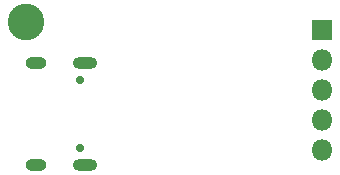
<source format=gbr>
%TF.GenerationSoftware,KiCad,Pcbnew,(5.1.6)-1*%
%TF.CreationDate,2020-07-24T23:52:19+08:00*%
%TF.ProjectId,USB_UART_CP2102,5553425f-5541-4525-945f-435032313032,rev?*%
%TF.SameCoordinates,Original*%
%TF.FileFunction,Soldermask,Bot*%
%TF.FilePolarity,Negative*%
%FSLAX46Y46*%
G04 Gerber Fmt 4.6, Leading zero omitted, Abs format (unit mm)*
G04 Created by KiCad (PCBNEW (5.1.6)-1) date 2020-07-24 23:52:19*
%MOMM*%
%LPD*%
G01*
G04 APERTURE LIST*
%ADD10C,3.100000*%
%ADD11O,1.800000X1.800000*%
%ADD12R,1.800000X1.800000*%
%ADD13O,2.100000X1.000000*%
%ADD14O,1.800000X1.000000*%
%ADD15C,0.700000*%
G04 APERTURE END LIST*
D10*
%TO.C,REF\u002A\u002A*%
X121905000Y-96157000D03*
%TD*%
D11*
%TO.C,J2*%
X146924000Y-106952000D03*
X146924000Y-104412000D03*
X146924000Y-101872000D03*
X146924000Y-99332000D03*
D12*
X146924000Y-96792000D03*
%TD*%
D13*
%TO.C,J1*%
X126883000Y-99580000D03*
X126883000Y-108220000D03*
D14*
X122713000Y-99580000D03*
X122713000Y-108220000D03*
D15*
X126403000Y-106790000D03*
X126403000Y-101010000D03*
%TD*%
M02*

</source>
